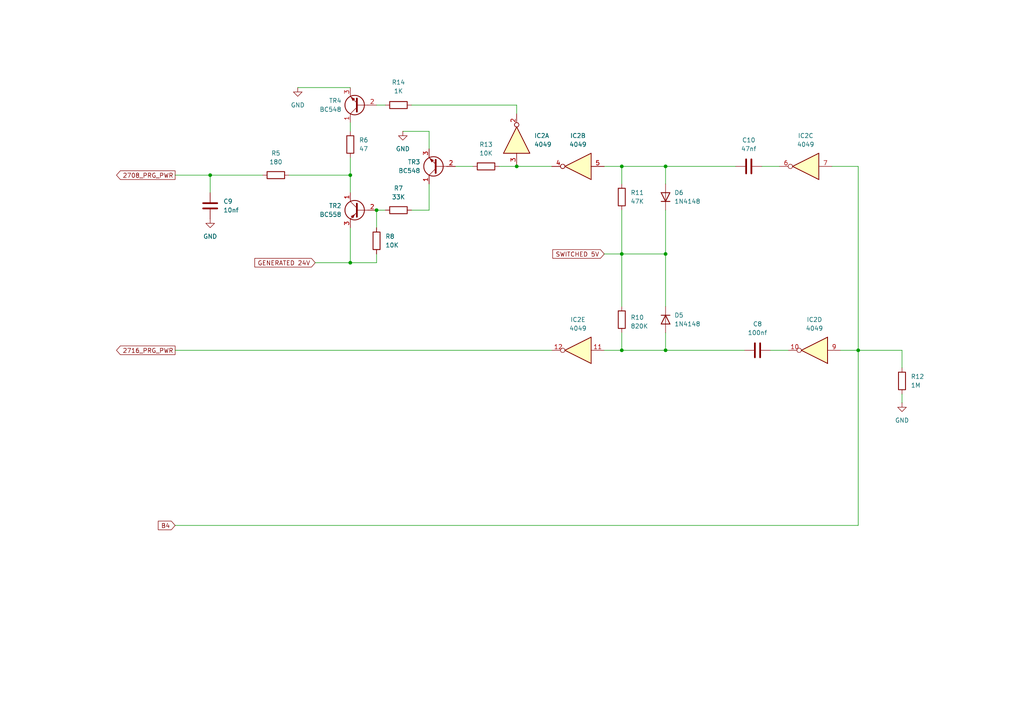
<source format=kicad_sch>
(kicad_sch (version 20250114) (generator "eeschema") (generator_version "9.0")
  (paper "A4")
  (title_block (title "EPROM Burner 2708 / 2716") (date "2025-04-23") (rev "1.4"))
  (lib_symbols
    (symbol "4xxx:4049" (pin_names (offset 1.016))
      (property "Reference" "U" (at 0 1.27 0))
      (property "Value" "4049" (at 0 -1.27 0))
      (symbol "4049_1_0"
        (polyline (pts (xy -3.81 3.81) (xy -3.81 -3.81) (xy 3.81 0) (xy -3.81 3.81)) (stroke (width 0.254)) (fill (type background)))
        (pin input line (at -7.62 0 0) (length 3.81) (name "~") (number "3"))
        (pin output inverted (at 7.62 0 180) (length 3.81) (name "~") (number "2"))
      )
      (symbol "4049_2_0"
        (polyline (pts (xy -3.81 3.81) (xy -3.81 -3.81) (xy 3.81 0) (xy -3.81 3.81)) (stroke (width 0.254)) (fill (type background)))
        (pin input line (at -7.62 0 0) (length 3.81) (name "~") (number "5"))
        (pin output inverted (at 7.62 0 180) (length 3.81) (name "~") (number "4"))
      )
      (symbol "4049_3_0"
        (polyline (pts (xy -3.81 3.81) (xy -3.81 -3.81) (xy 3.81 0) (xy -3.81 3.81)) (stroke (width 0.254)) (fill (type background)))
        (pin input line (at -7.62 0 0) (length 3.81) (name "~") (number "7"))
        (pin output inverted (at 7.62 0 180) (length 3.81) (name "~") (number "6"))
      )
      (symbol "4049_4_0"
        (polyline (pts (xy -3.81 3.81) (xy -3.81 -3.81) (xy 3.81 0) (xy -3.81 3.81)) (stroke (width 0.254)) (fill (type background)))
        (pin input line (at -7.62 0 0) (length 3.81) (name "~") (number "9"))
        (pin output inverted (at 7.62 0 180) (length 3.81) (name "~") (number "10"))
      )
      (symbol "4049_5_0"
        (polyline (pts (xy -3.81 3.81) (xy -3.81 -3.81) (xy 3.81 0) (xy -3.81 3.81)) (stroke (width 0.254)) (fill (type background)))
        (pin input line (at -7.62 0 0) (length 3.81) (name "~") (number "11"))
        (pin output inverted (at 7.62 0 180) (length 3.81) (name "~") (number "12"))
      )
      (symbol "4049_6_0"
        (polyline (pts (xy -3.81 3.81) (xy -3.81 -3.81) (xy 3.81 0) (xy -3.81 3.81)) (stroke (width 0.254)) (fill (type background)))
        (pin input line (at -7.62 0 0) (length 3.81) (name "~") (number "14"))
        (pin output inverted (at 7.62 0 180) (length 3.81) (name "~") (number "15"))
      )
      (symbol "4049_7_0"
        (pin power_in line (at 0 12.7 270) (length 5.08) (name "VCC") (number "1"))
        (pin power_in line (at 0 -12.7 90) (length 5.08) (name "VSS") (number "8"))
      )
      (symbol "4049_7_1"
        (rectangle (start -5.08 7.62) (end 5.08 -7.62) (stroke (width 0.254)) (fill (type background)))
      )
    )
    (symbol "Device:C" (pin_numbers (hide yes)) (pin_names (offset 0.254))
      (property "Reference" "C" (at 0.635 2.54 0))
      (property "Value" "C" (at 0.635 -2.54 0))
      (symbol "C_0_1"
        (polyline (pts (xy -2.032 0.762) (xy 2.032 0.762)) (stroke (width 0.508)))
        (polyline (pts (xy -2.032 -0.762) (xy 2.032 -0.762)) (stroke (width 0.508)))
      )
      (symbol "C_1_1"
        (pin passive line (at 0 3.81 270) (length 2.794) (name "~") (number "1"))
        (pin passive line (at 0 -3.81 90) (length 2.794) (name "~") (number "2"))
      )
    )
    (symbol "Device:R" (pin_numbers (hide yes)) (pin_names (offset 0))
      (property "Reference" "R" (at 2.032 0 90))
      (property "Value" "R" (at 0 0 90))
      (symbol "R_0_1"
        (rectangle (start -1.016 -2.54) (end 1.016 2.54) (stroke (width 0.254)))
      )
      (symbol "R_1_1"
        (pin passive line (at 0 3.81 270) (length 1.27) (name "~") (number "1"))
        (pin passive line (at 0 -3.81 90) (length 1.27) (name "~") (number "2"))
      )
    )
    (symbol "Diode:1N4148" (pin_numbers (hide yes)) (pin_names (hide yes))
      (property "Reference" "D" (at 0 2.54 0))
      (property "Value" "1N4148" (at 0 -2.54 0))
      (symbol "1N4148_0_1"
        (polyline (pts (xy -1.27 1.27) (xy -1.27 -1.27)) (stroke (width 0.254)))
        (polyline (pts (xy 1.27 1.27) (xy 1.27 -1.27) (xy -1.27 0) (xy 1.27 1.27)) (stroke (width 0.254)))
        (polyline (pts (xy 1.27 0) (xy -1.27 0)))
      )
      (symbol "1N4148_1_1"
        (pin passive line (at -3.81 0 0) (length 2.54) (name "K") (number "1"))
        (pin passive line (at 3.81 0 180) (length 2.54) (name "A") (number "2"))
      )
    )
    (symbol "Transistor_BJT:BC548" (pin_names (offset 0) (hide yes))
      (property "Reference" "Q" (at 5.08 1.905 0))
      (property "Value" "BC548" (at 5.08 0 0))
      (symbol "BC548_0_1"
        (polyline (pts (xy -2.54 0) (xy 0.635 0)))
        (polyline (pts (xy 0.635 1.905) (xy 0.635 -1.905)) (stroke (width 0.508)))
        (circle (center 1.27 0) (radius 2.8194) (stroke (width 0.254)))
      )
      (symbol "BC548_1_1"
        (polyline (pts (xy 0.635 0.635) (xy 2.54 2.54)))
        (polyline (pts (xy 0.635 -0.635) (xy 2.54 -2.54)))
        (polyline (pts (xy 1.27 -1.778) (xy 1.778 -1.27) (xy 2.286 -2.286) (xy 1.27 -1.778)) (fill (type outline)))
        (pin input line (at -5.08 0 0) (length 2.54) (name "B") (number "2"))
        (pin passive line (at 2.54 5.08 270) (length 2.54) (name "C") (number "1"))
        (pin passive line (at 2.54 -5.08 90) (length 2.54) (name "E") (number "3"))
      )
    )
    (symbol "Transistor_BJT:BC558" (pin_names (offset 0) (hide yes))
      (property "Reference" "Q" (at 5.08 1.905 0))
      (property "Value" "BC558" (at 5.08 0 0))
      (symbol "BC558_0_1"
        (polyline (pts (xy -2.54 0) (xy 0.635 0)))
        (polyline (pts (xy 0.635 1.905) (xy 0.635 -1.905)) (stroke (width 0.508)))
        (polyline (pts (xy 0.635 0.635) (xy 2.54 2.54)))
        (polyline (pts (xy 0.635 -0.635) (xy 2.54 -2.54)))
        (circle (center 1.27 0) (radius 2.8194) (stroke (width 0.254)))
        (polyline (pts (xy 2.286 -1.778) (xy 1.778 -2.286) (xy 1.27 -1.27) (xy 2.286 -1.778)) (fill (type outline)))
      )
      (symbol "BC558_1_1"
        (pin input line (at -5.08 0 0) (length 2.54) (name "B") (number "2"))
        (pin passive line (at 2.54 5.08 270) (length 2.54) (name "C") (number "1"))
        (pin passive line (at 2.54 -5.08 90) (length 2.54) (name "E") (number "3"))
      )
    )
    (symbol "power:GND" (power) (pin_numbers (hide yes)) (pin_names (offset 0) (hide yes))
      (property "Value" "GND" (at 0 -3.81 0))
      (symbol "GND_0_1"
        (polyline (pts (xy 0 0) (xy 0 -1.27) (xy 1.27 -1.27) (xy 0 -2.54) (xy -1.27 -1.27) (xy 0 -1.27)))
      )
      (symbol "GND_1_1"
        (pin power_in line (at 0 0 270) (length 0) (name "~") (number "1"))
      )
    )
  )
  (junction (at 180.34 101.6))
  (junction (at 101.6 50.8))
  (junction (at 180.34 48.26))
  (junction (at 60.96 50.8))
  (junction (at 149.86 48.26))
  (junction (at 193.04 101.6))
  (junction (at 101.6 76.2))
  (junction (at 109.22 60.96))
  (junction (at 248.92 101.6))
  (junction (at 193.04 73.66))
  (junction (at 193.04 48.26))
  (junction (at 180.34 73.66))
  (wire (pts (xy 220.98 48.26) (xy 226.06 48.26)))
  (wire (pts (xy 248.92 48.26) (xy 248.92 101.6)))
  (wire (pts (xy 241.3 48.26) (xy 248.92 48.26)))
  (wire (pts (xy 101.6 45.72) (xy 101.6 50.8)))
  (wire (pts (xy 50.8 101.6) (xy 160.02 101.6)))
  (wire (pts (xy 193.04 96.52) (xy 193.04 101.6)))
  (wire (pts (xy 248.92 101.6) (xy 243.84 101.6)))
  (wire (pts (xy 180.34 60.96) (xy 180.34 73.66)))
  (wire (pts (xy 149.86 30.48) (xy 149.86 33.02)))
  (wire (pts (xy 261.62 101.6) (xy 261.62 106.68)))
  (wire (pts (xy 109.22 60.96) (xy 111.76 60.96)))
  (wire (pts (xy 101.6 66.04) (xy 101.6 76.2)))
  (wire (pts (xy 193.04 48.26) (xy 213.36 48.26)))
  (wire (pts (xy 248.92 101.6) (xy 261.62 101.6)))
  (wire (pts (xy 149.86 48.26) (xy 160.02 48.26)))
  (wire (pts (xy 180.34 48.26) (xy 193.04 48.26)))
  (wire (pts (xy 180.34 101.6) (xy 193.04 101.6)))
  (wire (pts (xy 101.6 76.2) (xy 109.22 76.2)))
  (wire (pts (xy 180.34 96.52) (xy 180.34 101.6)))
  (wire (pts (xy 83.82 50.8) (xy 101.6 50.8)))
  (wire (pts (xy 175.26 101.6) (xy 180.34 101.6)))
  (wire (pts (xy 175.26 73.66) (xy 180.34 73.66)))
  (wire (pts (xy 101.6 50.8) (xy 101.6 55.88)))
  (wire (pts (xy 132.08 48.26) (xy 137.16 48.26)))
  (wire (pts (xy 109.22 60.96) (xy 109.22 66.04)))
  (wire (pts (xy 101.6 35.56) (xy 101.6 38.1)))
  (wire (pts (xy 124.46 60.96) (xy 119.38 60.96)))
  (wire (pts (xy 180.34 73.66) (xy 193.04 73.66)))
  (wire (pts (xy 60.96 50.8) (xy 60.96 55.88)))
  (wire (pts (xy 109.22 73.66) (xy 109.22 76.2)))
  (wire (pts (xy 193.04 60.96) (xy 193.04 73.66)))
  (wire (pts (xy 50.8 152.4) (xy 248.92 152.4)))
  (wire (pts (xy 248.92 152.4) (xy 248.92 101.6)))
  (wire (pts (xy 124.46 43.18) (xy 124.46 38.1)))
  (wire (pts (xy 180.34 48.26) (xy 180.34 53.34)))
  (wire (pts (xy 261.62 114.3) (xy 261.62 116.84)))
  (wire (pts (xy 193.04 48.26) (xy 193.04 53.34)))
  (wire (pts (xy 50.8 50.8) (xy 60.96 50.8)))
  (wire (pts (xy 119.38 30.48) (xy 149.86 30.48)))
  (wire (pts (xy 86.36 25.4) (xy 101.6 25.4)))
  (wire (pts (xy 180.34 73.66) (xy 180.34 88.9)))
  (wire (pts (xy 223.52 101.6) (xy 228.6 101.6)))
  (wire (pts (xy 124.46 53.34) (xy 124.46 60.96)))
  (wire (pts (xy 91.44 76.2) (xy 101.6 76.2)))
  (wire (pts (xy 109.22 30.48) (xy 111.76 30.48)))
  (wire (pts (xy 193.04 73.66) (xy 193.04 88.9)))
  (wire (pts (xy 116.84 38.1) (xy 124.46 38.1)))
  (wire (pts (xy 60.96 50.8) (xy 76.2 50.8)))
  (wire (pts (xy 175.26 48.26) (xy 180.34 48.26)))
  (wire (pts (xy 144.78 48.26) (xy 149.86 48.26)))
  (wire (pts (xy 193.04 101.6) (xy 215.9 101.6)))
  (global_label "B4" (shape input) (at 50.8 152.4 180) (property "Intersheetrefs" "${INTERSHEET_REFS}" (effects (hide yes))))
  (global_label "2708_PRG_PWR" (shape output) (at 50.8 50.8 180) (property "Intersheetrefs" "${INTERSHEET_REFS}" (effects (hide yes))))
  (global_label "2716_PRG_PWR" (shape output) (at 50.8 101.6 180) (property "Intersheetrefs" "${INTERSHEET_REFS}" (effects (hide yes))))
  (global_label "SWITCHED 5V" (shape input) (at 175.26 73.66 180) (property "Intersheetrefs" "${INTERSHEET_REFS}" (effects (hide yes))))
  (global_label "GENERATED 24V" (shape input) (at 91.44 76.2 180) (property "Intersheetrefs" "${INTERSHEET_REFS}" (effects (hide yes))))
  (symbol (lib_id "Transistor_BJT:BC558") (at 104.14 60.96 0) (mirror y) (unit 1)
    (property "Reference" "TR2" (at 99.06 59.6899 0) (effects (justify left)))
    (property "Value" "BC558" (at 99.06 62.2299 0) (effects (justify left)))
    (property "Footprint" "Package_TO_SOT_THT:TO-92_Inline_Wide" (effects (hide yes)))
    (property "Datasheet" "https://www.onsemi.com/pub/Collateral/BC556BTA-D.pdf" (effects (hide yes)))
    (property "Description" "0.1A Ic, 30V Vce, PNP Small Signal Transistor, TO-92" (effects (hide yes)))
  )
  (symbol (lib_id "power:GND") (at 116.84 38.1 0) (unit 1)
    (property "Reference" "#PWR0108" (effects (hide yes)))
    (property "Value" "GND" (at 116.84 43.18 0))
    (property "Description" "Power symbol creates a global label with name \"GND\" , ground" (effects (hide yes)))
  )
  (symbol (lib_id "Device:R") (at 180.34 92.71 0) (unit 1)
    (property "Reference" "R10" (at 182.88 92.075 0) (effects (justify left)))
    (property "Value" "820K" (at 182.88 94.615 0) (effects (justify left)))
    (property "Footprint" "Resistor_THT:R_Axial_DIN0309_L9.0mm_D3.2mm_P12.70mm_Horizontal" (effects (hide yes)))
    (property "Description" "Resistor" (effects (hide yes)))
  )
  (symbol (lib_id "Diode:1N4148") (at 193.04 92.71 270) (unit 1)
    (property "Reference" "D5" (at 195.58 91.4399 90) (effects (justify left)))
    (property "Value" "1N4148" (at 195.58 93.9799 90) (effects (justify left)))
    (property "Footprint" "Diode_THT:D_DO-35_SOD27_P7.62mm_Horizontal" (effects (hide yes)))
    (property "Datasheet" "https://assets.nexperia.com/documents/data-sheet/1N4148_1N4448.pdf" (effects (hide yes)))
    (property "Description" "100V 0.15A standard switching diode, DO-35" (effects (hide yes)))
    (property "Sim.Device" "D" (effects (hide yes)))
    (property "Sim.Pins" "1=K 2=A" (effects (hide yes)))
  )
  (symbol (lib_id "Transistor_BJT:BC548") (at 127 48.26 180) (unit 1)
    (property "Reference" "TR3" (at 121.92 46.9899 0) (effects (justify left)))
    (property "Value" "BC548" (at 121.92 49.5299 0) (effects (justify left)))
    (property "Footprint" "Package_TO_SOT_THT:TO-92_Inline_Wide" (effects (hide yes)))
    (property "Datasheet" "https://www.onsemi.com/pub/Collateral/BC550-D.pdf" (effects (hide yes)))
    (property "Description" "0.1A Ic, 30V Vce, Small Signal NPN Transistor, TO-92" (effects (hide yes)))
  )
  (symbol (lib_id "Device:C") (at 219.71 101.6 270) (unit 1)
    (property "Reference" "C8" (at 219.71 93.98 90))
    (property "Value" "100nf" (at 219.71 96.52 90))
    (property "Footprint" "Capacitor_THT:C_Disc_D5.0mm_W2.5mm_P5.00mm" (effects (hide yes)))
    (property "Description" "Unpolarized capacitor" (effects (hide yes)))
  )
  (symbol (lib_id "Device:R") (at 115.57 30.48 90) (unit 1)
    (property "Reference" "R14" (at 115.57 23.876 90))
    (property "Value" "1K" (at 115.57 26.416 90))
    (property "Footprint" "Resistor_THT:R_Axial_DIN0309_L9.0mm_D3.2mm_P12.70mm_Horizontal" (effects (hide yes)))
    (property "Description" "Resistor" (effects (hide yes)))
  )
  (symbol (lib_id "power:GND") (at 261.62 116.84 0) (unit 1)
    (property "Reference" "#PWR0109" (effects (hide yes)))
    (property "Value" "GND" (at 261.62 121.92 0))
    (property "Description" "Power symbol creates a global label with name \"GND\" , ground" (effects (hide yes)))
  )
  (symbol (lib_id "power:GND") (at 86.36 25.4 0) (unit 1)
    (property "Reference" "#PWR0107" (effects (hide yes)))
    (property "Value" "GND" (at 86.36 30.48 0))
    (property "Description" "Power symbol creates a global label with name \"GND\" , ground" (effects (hide yes)))
  )
  (symbol (lib_id "Device:R") (at 109.22 69.85 0) (unit 1)
    (property "Reference" "R8" (at 111.76 68.5799 0) (effects (justify left)))
    (property "Value" "10K" (at 111.76 71.1199 0) (effects (justify left)))
    (property "Footprint" "Resistor_THT:R_Axial_DIN0309_L9.0mm_D3.2mm_P12.70mm_Horizontal" (effects (hide yes)))
    (property "Description" "Resistor" (effects (hide yes)))
  )
  (symbol (lib_id "Device:C") (at 60.96 59.69 0) (unit 1)
    (property "Reference" "C9" (at 64.77 58.4199 0) (effects (justify left)))
    (property "Value" "10nf" (at 64.77 60.9599 0) (effects (justify left)))
    (property "Footprint" "Capacitor_THT:C_Disc_D5.0mm_W2.5mm_P5.00mm" (effects (hide yes)))
    (property "Description" "Unpolarized capacitor" (effects (hide yes)))
  )
  (symbol (lib_id "Device:R") (at 101.6 41.91 0) (unit 1)
    (property "Reference" "R6" (at 104.14 40.6399 0) (effects (justify left)))
    (property "Value" "47" (at 104.14 43.1799 0) (effects (justify left)))
    (property "Footprint" "Resistor_THT:R_Axial_DIN0309_L9.0mm_D3.2mm_P12.70mm_Horizontal" (effects (hide yes)))
    (property "Description" "Resistor" (effects (hide yes)))
  )
  (symbol (lib_id "Device:R") (at 261.62 110.49 0) (unit 1)
    (property "Reference" "R12" (at 264.16 109.2199 0) (effects (justify left)))
    (property "Value" "1M" (at 264.16 111.7599 0) (effects (justify left)))
    (property "Footprint" "Resistor_THT:R_Axial_DIN0309_L9.0mm_D3.2mm_P12.70mm_Horizontal" (effects (hide yes)))
    (property "Description" "Resistor" (effects (hide yes)))
  )
  (symbol (lib_id "4xxx:4049") (at 149.86 40.64 90) (unit 1)
    (property "Reference" "IC2" (at 154.94 39.3699 90) (effects (justify right)))
    (property "Value" "4049" (at 154.94 41.9099 90) (effects (justify right)))
    (property "Footprint" "Package_DIP:DIP-16_W7.62mm_Socket" (effects (hide yes)))
    (property "Datasheet" "http://www.intersil.com/content/dam/intersil/documents/cd40/cd4049ubms.pdf" (effects (hide yes)))
    (property "Description" "Hex Buffer Inverter" (effects (hide yes)))
  )
  (symbol (lib_id "Device:R") (at 115.57 60.96 90) (unit 1)
    (property "Reference" "R7" (at 115.57 54.61 90))
    (property "Value" "33K" (at 115.57 57.15 90))
    (property "Footprint" "Resistor_THT:R_Axial_DIN0309_L9.0mm_D3.2mm_P12.70mm_Horizontal" (effects (hide yes)))
    (property "Description" "Resistor" (effects (hide yes)))
  )
  (symbol (lib_id "Device:C") (at 217.17 48.26 90) (unit 1)
    (property "Reference" "C10" (at 217.17 40.64 90))
    (property "Value" "47nf" (at 217.17 43.18 90))
    (property "Footprint" "Capacitor_THT:C_Disc_D5.0mm_W2.5mm_P5.00mm" (effects (hide yes)))
    (property "Description" "Unpolarized capacitor" (effects (hide yes)))
  )
  (symbol (lib_id "Transistor_BJT:BC548") (at 104.14 30.48 180) (unit 1)
    (property "Reference" "TR4" (at 99.06 29.2099 0) (effects (justify left)))
    (property "Value" "BC548" (at 99.06 31.7499 0) (effects (justify left)))
    (property "Footprint" "Package_TO_SOT_THT:TO-92_Inline_Wide" (effects (hide yes)))
    (property "Datasheet" "https://www.onsemi.com/pub/Collateral/BC550-D.pdf" (effects (hide yes)))
    (property "Description" "0.1A Ic, 30V Vce, Small Signal NPN Transistor, TO-92" (effects (hide yes)))
  )
  (symbol (lib_id "4xxx:4049") (at 167.64 101.6 180) (unit 5)
    (property "Reference" "IC2" (at 167.64 92.71 0))
    (property "Value" "4049" (at 167.64 95.25 0))
    (property "Footprint" "Package_DIP:DIP-16_W7.62mm_Socket" (effects (hide yes)))
    (property "Datasheet" "http://www.intersil.com/content/dam/intersil/documents/cd40/cd4049ubms.pdf" (effects (hide yes)))
    (property "Description" "Hex Buffer Inverter" (effects (hide yes)))
  )
  (symbol (lib_id "Device:R") (at 140.97 48.26 90) (unit 1)
    (property "Reference" "R13" (at 140.97 41.91 90))
    (property "Value" "10K" (at 140.97 44.45 90))
    (property "Footprint" "Resistor_THT:R_Axial_DIN0309_L9.0mm_D3.2mm_P12.70mm_Horizontal" (effects (hide yes)))
    (property "Description" "Resistor" (effects (hide yes)))
  )
  (symbol (lib_id "power:GND") (at 60.96 63.5 0) (unit 1)
    (property "Reference" "#PWR0106" (effects (hide yes)))
    (property "Value" "GND" (at 60.96 68.58 0))
    (property "Description" "Power symbol creates a global label with name \"GND\" , ground" (effects (hide yes)))
  )
  (symbol (lib_id "4xxx:4049") (at 236.22 101.6 180) (unit 4)
    (property "Reference" "IC2" (at 236.22 92.71 0))
    (property "Value" "4049" (at 236.22 95.25 0))
    (property "Footprint" "Package_DIP:DIP-16_W7.62mm_Socket" (effects (hide yes)))
    (property "Datasheet" "http://www.intersil.com/content/dam/intersil/documents/cd40/cd4049ubms.pdf" (effects (hide yes)))
    (property "Description" "Hex Buffer Inverter" (effects (hide yes)))
  )
  (symbol (lib_id "Device:R") (at 180.34 57.15 0) (unit 1)
    (property "Reference" "R11" (at 182.88 55.8799 0) (effects (justify left)))
    (property "Value" "47K" (at 182.88 58.4199 0) (effects (justify left)))
    (property "Footprint" "Resistor_THT:R_Axial_DIN0309_L9.0mm_D3.2mm_P12.70mm_Horizontal" (effects (hide yes)))
    (property "Description" "Resistor" (effects (hide yes)))
  )
  (symbol (lib_id "Diode:1N4148") (at 193.04 57.15 90) (unit 1)
    (property "Reference" "D6" (at 195.58 55.8799 90) (effects (justify right)))
    (property "Value" "1N4148" (at 195.58 58.4199 90) (effects (justify right)))
    (property "Footprint" "Diode_THT:D_DO-35_SOD27_P7.62mm_Horizontal" (effects (hide yes)))
    (property "Datasheet" "https://assets.nexperia.com/documents/data-sheet/1N4148_1N4448.pdf" (effects (hide yes)))
    (property "Description" "100V 0.15A standard switching diode, DO-35" (effects (hide yes)))
    (property "Sim.Device" "D" (effects (hide yes)))
    (property "Sim.Pins" "1=K 2=A" (effects (hide yes)))
  )
  (symbol (lib_id "4xxx:4049") (at 167.64 48.26 180) (unit 2)
    (property "Reference" "IC2" (at 167.64 39.37 0))
    (property "Value" "4049" (at 167.64 41.91 0))
    (property "Footprint" "Package_DIP:DIP-16_W7.62mm_Socket" (effects (hide yes)))
    (property "Datasheet" "http://www.intersil.com/content/dam/intersil/documents/cd40/cd4049ubms.pdf" (effects (hide yes)))
    (property "Description" "Hex Buffer Inverter" (effects (hide yes)))
  )
  (symbol (lib_id "Device:R") (at 80.01 50.8 90) (unit 1)
    (property "Reference" "R5" (at 80.01 44.45 90))
    (property "Value" "180" (at 80.01 46.99 90))
    (property "Footprint" "Resistor_THT:R_Axial_DIN0309_L9.0mm_D3.2mm_P12.70mm_Horizontal" (effects (hide yes)))
    (property "Description" "Resistor" (effects (hide yes)))
  )
  (symbol (lib_id "4xxx:4049") (at 233.68 48.26 180) (unit 3)
    (property "Reference" "IC2" (at 233.68 39.37 0))
    (property "Value" "4049" (at 233.68 41.91 0))
    (property "Footprint" "Package_DIP:DIP-16_W7.62mm_Socket" (effects (hide yes)))
    (property "Datasheet" "http://www.intersil.com/content/dam/intersil/documents/cd40/cd4049ubms.pdf" (effects (hide yes)))
    (property "Description" "Hex Buffer Inverter" (effects (hide yes)))
  )
)
</source>
